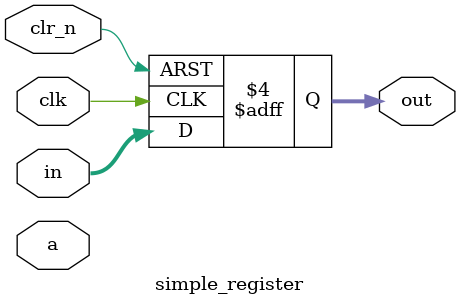
<source format=v>
module simple_register(in, out, clr_n, clk, a);

    //端口声明
    input clr_n;
    input clk;
    input [7:0] in;
    input a;
    output [7:0] out;

    //信号声明
    reg [7:0] out;
    wire a;

    //实现带异步清除的寄存器
    always @(posedge clk or negedge clr_n)
    begin
        if (clr_n==0) // could also be written if (!clr_n)
            out<=0;
        else
            out<=in;
    end

    //连续赋值
    assign a=!out[0];
endmodule
</source>
